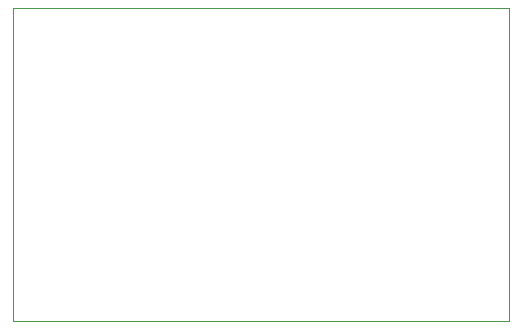
<source format=gbr>
%TF.GenerationSoftware,KiCad,Pcbnew,8.0.7*%
%TF.CreationDate,2024-12-23T21:08:16-05:00*%
%TF.ProjectId,tac5212_audio_board_single_ended,74616335-3231-4325-9f61-7564696f5f62,rev?*%
%TF.SameCoordinates,Original*%
%TF.FileFunction,Profile,NP*%
%FSLAX46Y46*%
G04 Gerber Fmt 4.6, Leading zero omitted, Abs format (unit mm)*
G04 Created by KiCad (PCBNEW 8.0.7) date 2024-12-23 21:08:16*
%MOMM*%
%LPD*%
G01*
G04 APERTURE LIST*
%TA.AperFunction,Profile*%
%ADD10C,0.050000*%
%TD*%
G04 APERTURE END LIST*
%TO.C,board_outline108*%
D10*
X84832500Y-97945000D02*
X126832500Y-97945000D01*
X126832500Y-124405000D01*
X84832500Y-124405000D01*
X84832500Y-97945000D01*
%TD*%
M02*

</source>
